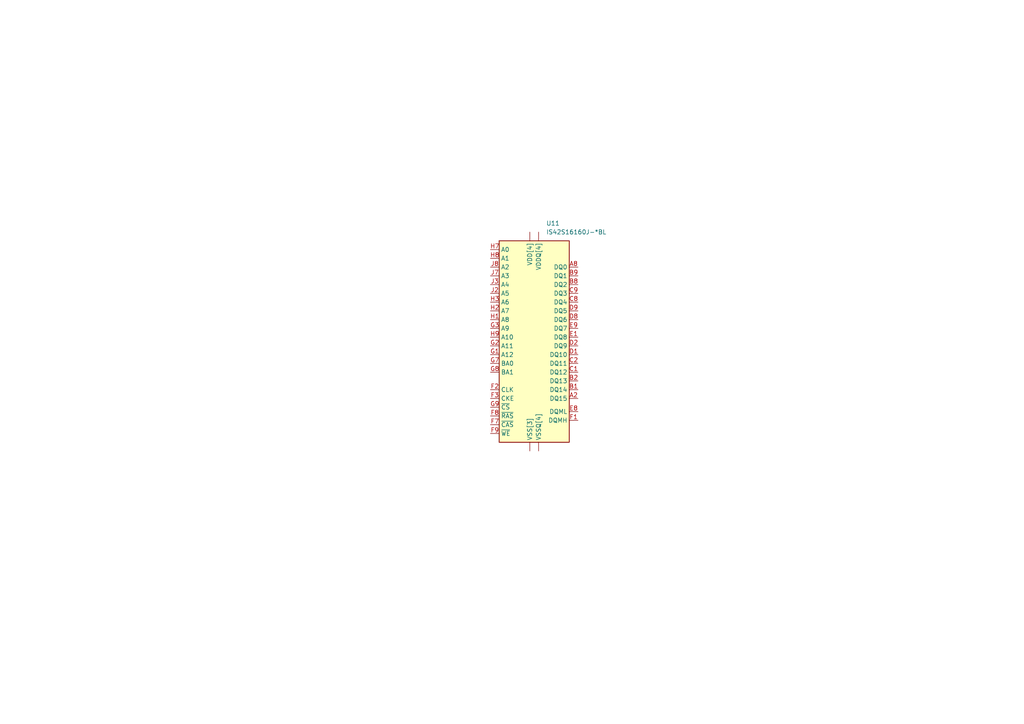
<source format=kicad_sch>
(kicad_sch (version 20231120) (generator "eeschema") (generator_version "8.0")
  (paper "A4")
  (title_block (title "${Project Designation}") (date "2024-06-30") (rev "${Revision}") (comment 1 "${Project Title}") (comment 2 "SRAM") (comment 3 "${Part Number}"))
  (lib_symbols
    (symbol "ECAP5-BSOM:IS42S16160J-*BL"
      (property "Reference" "U" (at -10.16 30.48 0))
      (property "Value" "IS42S16160J-*BL" (at 3.048 30.226 0))
      (symbol "IS42S16160J-*BL_0_0"
        (pin input line (at 1.27 31.75 270) (length 2.54) (name "VDDQ[4]") (number ""))
        (pin input line (at -1.27 31.75 270) (length 2.54) (name "VDD[4]") (number ""))
        (pin input line (at 1.27 -31.75 90) (length 2.54) (name "VSSQ[4]") (number ""))
        (pin input line (at -1.27 -31.75 90) (length 2.54) (name "VSS[3]") (number ""))
        (pin input line (at -1.27 31.75 270) (length 2.54) hide (name "VDD") (number "1"))
        (pin input line (at -1.27 -31.75 90) (length 2.54) hide (name "VSS") (number "A1"))
        (pin input line (at 12.7 -16.51 180) (length 2.54) (name "DQ15") (number "A2"))
        (pin input line (at 1.27 -31.75 90) (length 2.54) hide (name "VSSQ") (number "A3"))
        (pin input line (at 1.27 31.75 270) (length 2.54) hide (name "VDDQ") (number "A7"))
        (pin input line (at 12.7 21.59 180) (length 2.54) (name "DQ0") (number "A8"))
        (pin input line (at -1.27 31.75 270) (length 2.54) hide (name "VDD") (number "A9"))
        (pin input line (at 12.7 -13.97 180) (length 2.54) (name "DQ14") (number "B1"))
        (pin input line (at 12.7 -11.43 180) (length 2.54) (name "DQ13") (number "B2"))
        (pin input line (at 1.27 31.75 270) (length 2.54) hide (name "VDDQ") (number "B3"))
        (pin input line (at 1.27 -31.75 90) (length 2.54) hide (name "VSSQ") (number "B7"))
        (pin input line (at 12.7 16.51 180) (length 2.54) (name "DQ2") (number "B8"))
        (pin input line (at 12.7 19.05 180) (length 2.54) (name "DQ1") (number "B9"))
        (pin input line (at 12.7 -8.89 180) (length 2.54) (name "DQ12") (number "C1"))
        (pin input line (at 12.7 -6.35 180) (length 2.54) (name "DQ11") (number "C2"))
        (pin input line (at 1.27 -31.75 90) (length 2.54) hide (name "VSSQ") (number "C3"))
        (pin input line (at 1.27 31.75 270) (length 2.54) hide (name "VDDQ") (number "C7"))
        (pin input line (at 12.7 11.43 180) (length 2.54) (name "DQ4") (number "C8"))
        (pin input line (at 12.7 13.97 180) (length 2.54) (name "DQ3") (number "C9"))
        (pin input line (at 12.7 -3.81 180) (length 2.54) (name "DQ10") (number "D1"))
        (pin input line (at 12.7 -1.27 180) (length 2.54) (name "DQ9") (number "D2"))
        (pin input line (at 1.27 31.75 270) (length 2.54) hide (name "VDDQ") (number "D3"))
        (pin input line (at 1.27 -31.75 90) (length 2.54) hide (name "VSSQ") (number "D4"))
        (pin input line (at 12.7 6.35 180) (length 2.54) (name "DQ6") (number "D8"))
        (pin input line (at 12.7 8.89 180) (length 2.54) (name "DQ5") (number "D9"))
        (pin input line (at 12.7 1.27 180) (length 2.54) (name "DQ8") (number "E1"))
        (pin input line (at 6.35 -31.75 90) (length 2.54) hide (name "NC") (number "E2"))
        (pin input line (at -1.27 -31.75 90) (length 2.54) hide (name "VSS") (number "E3"))
        (pin input line (at -1.27 31.75 270) (length 2.54) hide (name "VDD") (number "E7"))
        (pin input line (at 12.7 -20.32 180) (length 2.54) (name "DQML") (number "E8"))
        (pin input line (at 12.7 3.81 180) (length 2.54) (name "DQ7") (number "E9"))
        (pin input line (at 12.7 -22.86 180) (length 2.54) (name "DQMH") (number "F1"))
        (pin input line (at -12.7 -13.97 0) (length 2.54) (name "CLK") (number "F2"))
        (pin input line (at -12.7 -16.51 0) (length 2.54) (name "CKE") (number "F3"))
        (pin input line (at -12.7 -24.13 0) (length 2.54) (name "~{CAS}") (number "F7"))
        (pin input line (at -12.7 -21.59 0) (length 2.54) (name "~{RAS}") (number "F8"))
        (pin input line (at -12.7 -26.67 0) (length 2.54) (name "~{WE}") (number "F9"))
        (pin input line (at -12.7 -3.81 0) (length 2.54) (name "A12") (number "G1"))
        (pin input line (at -12.7 -1.27 0) (length 2.54) (name "A11") (number "G2"))
        (pin input line (at -12.7 3.81 0) (length 2.54) (name "A9") (number "G3"))
        (pin input line (at -12.7 -6.35 0) (length 2.54) (name "BA0") (number "G7"))
        (pin input line (at -12.7 -8.89 0) (length 2.54) (name "BA1") (number "G8"))
        (pin input line (at -12.7 -19.05 0) (length 2.54) (name "~{CS}") (number "G9"))
        (pin input line (at -12.7 6.35 0) (length 2.54) (name "A8") (number "H1"))
        (pin input line (at -12.7 8.89 0) (length 2.54) (name "A7") (number "H2"))
        (pin input line (at -12.7 11.43 0) (length 2.54) (name "A6") (number "H3"))
        (pin input line (at -12.7 26.67 0) (length 2.54) (name "A0") (number "H7"))
        (pin input line (at -12.7 24.13 0) (length 2.54) (name "A1") (number "H8"))
        (pin input line (at -12.7 1.27 0) (length 2.54) (name "A10") (number "H9"))
        (pin input line (at -1.27 -31.75 90) (length 2.54) hide (name "VSS") (number "J1"))
        (pin input line (at -12.7 13.97 0) (length 2.54) (name "A5") (number "J2"))
        (pin input line (at -12.7 16.51 0) (length 2.54) (name "A4") (number "J3"))
        (pin input line (at -12.7 19.05 0) (length 2.54) (name "A3") (number "J7"))
        (pin input line (at -12.7 21.59 0) (length 2.54) (name "A2") (number "J8"))
        (pin input line (at -1.27 31.75 270) (length 2.54) hide (name "VDD") (number "J9"))
      )
      (symbol "IS42S16160J-*BL_0_1"
        (rectangle (start -10.16 29.21) (end 10.16 -29.21) (stroke (width 0.254)) (fill (type background)))
      )
    )
  )
  (symbol (lib_id "ECAP5-BSOM:IS42S16160J-*BL") (at 154.94 99.06 0) (unit 1)
    (property "Reference" "U11" (at 158.4041 64.77 0) (effects (justify left)))
    (property "Value" "IS42S16160J-*BL" (at 158.4041 67.31 0) (effects (justify left)))
    (property "Datasheet" "https://www.mouser.fr/datasheet/2/198/42_45S83200J_16160J-462626.pdf" (effects (hide yes)))
    (property "Description" "16Meg x16 256Mb SYNCHRONOUS DRAM" (effects (hide yes)))
  )
)
</source>
